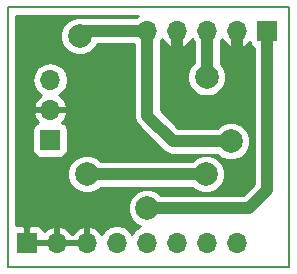
<source format=gbr>
G04 #@! TF.FileFunction,Copper,L2,Bot,Signal*
%FSLAX46Y46*%
G04 Gerber Fmt 4.6, Leading zero omitted, Abs format (unit mm)*
G04 Created by KiCad (PCBNEW 4.0.6) date Tue May 26 19:12:12 2020*
%MOMM*%
%LPD*%
G01*
G04 APERTURE LIST*
%ADD10C,0.100000*%
%ADD11C,0.150000*%
%ADD12R,1.700000X1.700000*%
%ADD13O,1.700000X1.700000*%
%ADD14C,2.000000*%
%ADD15C,1.000000*%
%ADD16C,0.254000*%
G04 APERTURE END LIST*
D10*
D11*
X39430000Y-46430000D02*
X39440000Y-46430000D01*
X39430000Y-24470000D02*
X39430000Y-46430000D01*
X63210000Y-24470000D02*
X39430000Y-24470000D01*
X63210000Y-46430000D02*
X63210000Y-24470000D01*
X39440000Y-46430000D02*
X63210000Y-46430000D01*
D12*
X41030000Y-44430000D03*
D13*
X43570000Y-44430000D03*
X46110000Y-44430000D03*
X48650000Y-44430000D03*
X51190000Y-44430000D03*
X53730000Y-44430000D03*
X56270000Y-44430000D03*
X58810000Y-44430000D03*
D12*
X61360000Y-26450000D03*
D13*
X58820000Y-26450000D03*
X56280000Y-26450000D03*
X53740000Y-26450000D03*
X51200000Y-26450000D03*
D12*
X43000000Y-35700000D03*
D13*
X43000000Y-33160000D03*
X43000000Y-30620000D03*
D14*
X43600000Y-40900000D03*
X53740000Y-32390000D03*
X51200000Y-41500000D03*
X56200000Y-38600000D03*
X46100000Y-38600000D03*
X56240000Y-30400000D03*
X45500000Y-26900000D03*
X58280000Y-35810000D03*
D15*
X43600000Y-41300000D02*
X43600000Y-40900000D01*
X53760000Y-26460000D02*
X53760000Y-32370000D01*
X53760000Y-32370000D02*
X53740000Y-32390000D01*
X58840000Y-26460000D02*
X58840000Y-30690000D01*
X53770000Y-32420000D02*
X53740000Y-32390000D01*
X57110000Y-32420000D02*
X53770000Y-32420000D01*
X58840000Y-30690000D02*
X57110000Y-32420000D01*
X51200000Y-41500000D02*
X59800000Y-41500000D01*
X61380000Y-39920000D02*
X61380000Y-37850000D01*
X59800000Y-41500000D02*
X61380000Y-39920000D01*
X61380000Y-26460000D02*
X61380000Y-37850000D01*
X52700000Y-38600000D02*
X56200000Y-38600000D01*
X46100000Y-38600000D02*
X52700000Y-38600000D01*
X56300000Y-26460000D02*
X56300000Y-30340000D01*
X56300000Y-30340000D02*
X56240000Y-30400000D01*
X45950000Y-26450000D02*
X51200000Y-26450000D01*
X45500000Y-26900000D02*
X45950000Y-26450000D01*
X53390000Y-35820000D02*
X58270000Y-35820000D01*
X51220000Y-33650000D02*
X53390000Y-35820000D01*
X51220000Y-26460000D02*
X51220000Y-33650000D01*
X58270000Y-35820000D02*
X58280000Y-35810000D01*
D16*
G36*
X50233536Y-25315000D02*
X45950000Y-25315000D01*
X45947551Y-25315487D01*
X45826648Y-25265284D01*
X45176205Y-25264716D01*
X44575057Y-25513106D01*
X44114722Y-25972637D01*
X43865284Y-26573352D01*
X43864716Y-27223795D01*
X44113106Y-27824943D01*
X44572637Y-28285278D01*
X45173352Y-28534716D01*
X45823795Y-28535284D01*
X46424943Y-28286894D01*
X46885278Y-27827363D01*
X46985916Y-27585000D01*
X50085000Y-27585000D01*
X50085000Y-33650000D01*
X50171397Y-34084346D01*
X50352365Y-34355183D01*
X50417434Y-34452566D01*
X52587433Y-36622566D01*
X52855073Y-36801397D01*
X52955654Y-36868603D01*
X53390000Y-36955000D01*
X57112779Y-36955000D01*
X57352637Y-37195278D01*
X57953352Y-37444716D01*
X58603795Y-37445284D01*
X59204943Y-37196894D01*
X59665278Y-36737363D01*
X59914716Y-36136648D01*
X59915284Y-35486205D01*
X59666894Y-34885057D01*
X59207363Y-34424722D01*
X58606648Y-34175284D01*
X57956205Y-34174716D01*
X57355057Y-34423106D01*
X57092705Y-34685000D01*
X53860133Y-34685000D01*
X52355000Y-33179868D01*
X52355000Y-27372084D01*
X52477702Y-27188447D01*
X52544817Y-27331358D01*
X52973076Y-27721645D01*
X53383110Y-27891476D01*
X53613000Y-27770155D01*
X53613000Y-26577000D01*
X53593000Y-26577000D01*
X53593000Y-26323000D01*
X53613000Y-26323000D01*
X53613000Y-26303000D01*
X53867000Y-26303000D01*
X53867000Y-26323000D01*
X53887000Y-26323000D01*
X53887000Y-26577000D01*
X53867000Y-26577000D01*
X53867000Y-27770155D01*
X54096890Y-27891476D01*
X54506924Y-27721645D01*
X54935183Y-27331358D01*
X55002298Y-27188447D01*
X55165000Y-27431948D01*
X55165000Y-29162901D01*
X54854722Y-29472637D01*
X54605284Y-30073352D01*
X54604716Y-30723795D01*
X54853106Y-31324943D01*
X55312637Y-31785278D01*
X55913352Y-32034716D01*
X56563795Y-32035284D01*
X57164943Y-31786894D01*
X57625278Y-31327363D01*
X57874716Y-30726648D01*
X57875284Y-30076205D01*
X57626894Y-29475057D01*
X57435000Y-29282827D01*
X57435000Y-27372084D01*
X57557702Y-27188447D01*
X57624817Y-27331358D01*
X58053076Y-27721645D01*
X58463110Y-27891476D01*
X58693000Y-27770155D01*
X58693000Y-26577000D01*
X58673000Y-26577000D01*
X58673000Y-26323000D01*
X58693000Y-26323000D01*
X58693000Y-26303000D01*
X58947000Y-26303000D01*
X58947000Y-26323000D01*
X58967000Y-26323000D01*
X58967000Y-26577000D01*
X58947000Y-26577000D01*
X58947000Y-27770155D01*
X59176890Y-27891476D01*
X59586924Y-27721645D01*
X59889937Y-27445499D01*
X59906838Y-27535317D01*
X60045910Y-27751441D01*
X60245000Y-27887473D01*
X60245000Y-39449868D01*
X59329868Y-40365000D01*
X52377204Y-40365000D01*
X52127363Y-40114722D01*
X51526648Y-39865284D01*
X50876205Y-39864716D01*
X50275057Y-40113106D01*
X49814722Y-40572637D01*
X49565284Y-41173352D01*
X49564716Y-41823795D01*
X49813106Y-42424943D01*
X50272637Y-42885278D01*
X50620532Y-43029736D01*
X50139946Y-43350853D01*
X49920000Y-43680026D01*
X49700054Y-43350853D01*
X49218285Y-43028946D01*
X48650000Y-42915907D01*
X48081715Y-43028946D01*
X47599946Y-43350853D01*
X47372298Y-43691553D01*
X47305183Y-43548642D01*
X46876924Y-43158355D01*
X46466890Y-42988524D01*
X46237000Y-43109845D01*
X46237000Y-44303000D01*
X46257000Y-44303000D01*
X46257000Y-44557000D01*
X46237000Y-44557000D01*
X46237000Y-44577000D01*
X45983000Y-44577000D01*
X45983000Y-44557000D01*
X43697000Y-44557000D01*
X43697000Y-44577000D01*
X43443000Y-44577000D01*
X43443000Y-44557000D01*
X41157000Y-44557000D01*
X41157000Y-44577000D01*
X40903000Y-44577000D01*
X40903000Y-44557000D01*
X40883000Y-44557000D01*
X40883000Y-44303000D01*
X40903000Y-44303000D01*
X40903000Y-43103750D01*
X41157000Y-43103750D01*
X41157000Y-44303000D01*
X43443000Y-44303000D01*
X43443000Y-43109845D01*
X43697000Y-43109845D01*
X43697000Y-44303000D01*
X45983000Y-44303000D01*
X45983000Y-43109845D01*
X45753110Y-42988524D01*
X45343076Y-43158355D01*
X44914817Y-43548642D01*
X44840000Y-43707954D01*
X44765183Y-43548642D01*
X44336924Y-43158355D01*
X43926890Y-42988524D01*
X43697000Y-43109845D01*
X43443000Y-43109845D01*
X43213110Y-42988524D01*
X42803076Y-43158355D01*
X42505136Y-43429878D01*
X42418327Y-43220302D01*
X42239699Y-43041673D01*
X42006310Y-42945000D01*
X41315750Y-42945000D01*
X41157000Y-43103750D01*
X40903000Y-43103750D01*
X40744250Y-42945000D01*
X40140000Y-42945000D01*
X40140000Y-38923795D01*
X44464716Y-38923795D01*
X44713106Y-39524943D01*
X45172637Y-39985278D01*
X45773352Y-40234716D01*
X46423795Y-40235284D01*
X47024943Y-39986894D01*
X47277278Y-39735000D01*
X55022796Y-39735000D01*
X55272637Y-39985278D01*
X55873352Y-40234716D01*
X56523795Y-40235284D01*
X57124943Y-39986894D01*
X57585278Y-39527363D01*
X57834716Y-38926648D01*
X57835284Y-38276205D01*
X57586894Y-37675057D01*
X57127363Y-37214722D01*
X56526648Y-36965284D01*
X55876205Y-36964716D01*
X55275057Y-37213106D01*
X55022722Y-37465000D01*
X47277204Y-37465000D01*
X47027363Y-37214722D01*
X46426648Y-36965284D01*
X45776205Y-36964716D01*
X45175057Y-37213106D01*
X44714722Y-37672637D01*
X44465284Y-38273352D01*
X44464716Y-38923795D01*
X40140000Y-38923795D01*
X40140000Y-34850000D01*
X41502560Y-34850000D01*
X41502560Y-36550000D01*
X41546838Y-36785317D01*
X41685910Y-37001441D01*
X41898110Y-37146431D01*
X42150000Y-37197440D01*
X43850000Y-37197440D01*
X44085317Y-37153162D01*
X44301441Y-37014090D01*
X44446431Y-36801890D01*
X44497440Y-36550000D01*
X44497440Y-34850000D01*
X44453162Y-34614683D01*
X44314090Y-34398559D01*
X44101890Y-34253569D01*
X43993893Y-34231699D01*
X44271645Y-33926924D01*
X44441476Y-33516890D01*
X44320155Y-33287000D01*
X43127000Y-33287000D01*
X43127000Y-33307000D01*
X42873000Y-33307000D01*
X42873000Y-33287000D01*
X41679845Y-33287000D01*
X41558524Y-33516890D01*
X41728355Y-33926924D01*
X42004501Y-34229937D01*
X41914683Y-34246838D01*
X41698559Y-34385910D01*
X41553569Y-34598110D01*
X41502560Y-34850000D01*
X40140000Y-34850000D01*
X40140000Y-30620000D01*
X41485907Y-30620000D01*
X41598946Y-31188285D01*
X41920853Y-31670054D01*
X42261553Y-31897702D01*
X42118642Y-31964817D01*
X41728355Y-32393076D01*
X41558524Y-32803110D01*
X41679845Y-33033000D01*
X42873000Y-33033000D01*
X42873000Y-33013000D01*
X43127000Y-33013000D01*
X43127000Y-33033000D01*
X44320155Y-33033000D01*
X44441476Y-32803110D01*
X44271645Y-32393076D01*
X43881358Y-31964817D01*
X43738447Y-31897702D01*
X44079147Y-31670054D01*
X44401054Y-31188285D01*
X44514093Y-30620000D01*
X44401054Y-30051715D01*
X44079147Y-29569946D01*
X43597378Y-29248039D01*
X43029093Y-29135000D01*
X42970907Y-29135000D01*
X42402622Y-29248039D01*
X41920853Y-29569946D01*
X41598946Y-30051715D01*
X41485907Y-30620000D01*
X40140000Y-30620000D01*
X40140000Y-25180000D01*
X50435578Y-25180000D01*
X50233536Y-25315000D01*
X50233536Y-25315000D01*
G37*
X50233536Y-25315000D02*
X45950000Y-25315000D01*
X45947551Y-25315487D01*
X45826648Y-25265284D01*
X45176205Y-25264716D01*
X44575057Y-25513106D01*
X44114722Y-25972637D01*
X43865284Y-26573352D01*
X43864716Y-27223795D01*
X44113106Y-27824943D01*
X44572637Y-28285278D01*
X45173352Y-28534716D01*
X45823795Y-28535284D01*
X46424943Y-28286894D01*
X46885278Y-27827363D01*
X46985916Y-27585000D01*
X50085000Y-27585000D01*
X50085000Y-33650000D01*
X50171397Y-34084346D01*
X50352365Y-34355183D01*
X50417434Y-34452566D01*
X52587433Y-36622566D01*
X52855073Y-36801397D01*
X52955654Y-36868603D01*
X53390000Y-36955000D01*
X57112779Y-36955000D01*
X57352637Y-37195278D01*
X57953352Y-37444716D01*
X58603795Y-37445284D01*
X59204943Y-37196894D01*
X59665278Y-36737363D01*
X59914716Y-36136648D01*
X59915284Y-35486205D01*
X59666894Y-34885057D01*
X59207363Y-34424722D01*
X58606648Y-34175284D01*
X57956205Y-34174716D01*
X57355057Y-34423106D01*
X57092705Y-34685000D01*
X53860133Y-34685000D01*
X52355000Y-33179868D01*
X52355000Y-27372084D01*
X52477702Y-27188447D01*
X52544817Y-27331358D01*
X52973076Y-27721645D01*
X53383110Y-27891476D01*
X53613000Y-27770155D01*
X53613000Y-26577000D01*
X53593000Y-26577000D01*
X53593000Y-26323000D01*
X53613000Y-26323000D01*
X53613000Y-26303000D01*
X53867000Y-26303000D01*
X53867000Y-26323000D01*
X53887000Y-26323000D01*
X53887000Y-26577000D01*
X53867000Y-26577000D01*
X53867000Y-27770155D01*
X54096890Y-27891476D01*
X54506924Y-27721645D01*
X54935183Y-27331358D01*
X55002298Y-27188447D01*
X55165000Y-27431948D01*
X55165000Y-29162901D01*
X54854722Y-29472637D01*
X54605284Y-30073352D01*
X54604716Y-30723795D01*
X54853106Y-31324943D01*
X55312637Y-31785278D01*
X55913352Y-32034716D01*
X56563795Y-32035284D01*
X57164943Y-31786894D01*
X57625278Y-31327363D01*
X57874716Y-30726648D01*
X57875284Y-30076205D01*
X57626894Y-29475057D01*
X57435000Y-29282827D01*
X57435000Y-27372084D01*
X57557702Y-27188447D01*
X57624817Y-27331358D01*
X58053076Y-27721645D01*
X58463110Y-27891476D01*
X58693000Y-27770155D01*
X58693000Y-26577000D01*
X58673000Y-26577000D01*
X58673000Y-26323000D01*
X58693000Y-26323000D01*
X58693000Y-26303000D01*
X58947000Y-26303000D01*
X58947000Y-26323000D01*
X58967000Y-26323000D01*
X58967000Y-26577000D01*
X58947000Y-26577000D01*
X58947000Y-27770155D01*
X59176890Y-27891476D01*
X59586924Y-27721645D01*
X59889937Y-27445499D01*
X59906838Y-27535317D01*
X60045910Y-27751441D01*
X60245000Y-27887473D01*
X60245000Y-39449868D01*
X59329868Y-40365000D01*
X52377204Y-40365000D01*
X52127363Y-40114722D01*
X51526648Y-39865284D01*
X50876205Y-39864716D01*
X50275057Y-40113106D01*
X49814722Y-40572637D01*
X49565284Y-41173352D01*
X49564716Y-41823795D01*
X49813106Y-42424943D01*
X50272637Y-42885278D01*
X50620532Y-43029736D01*
X50139946Y-43350853D01*
X49920000Y-43680026D01*
X49700054Y-43350853D01*
X49218285Y-43028946D01*
X48650000Y-42915907D01*
X48081715Y-43028946D01*
X47599946Y-43350853D01*
X47372298Y-43691553D01*
X47305183Y-43548642D01*
X46876924Y-43158355D01*
X46466890Y-42988524D01*
X46237000Y-43109845D01*
X46237000Y-44303000D01*
X46257000Y-44303000D01*
X46257000Y-44557000D01*
X46237000Y-44557000D01*
X46237000Y-44577000D01*
X45983000Y-44577000D01*
X45983000Y-44557000D01*
X43697000Y-44557000D01*
X43697000Y-44577000D01*
X43443000Y-44577000D01*
X43443000Y-44557000D01*
X41157000Y-44557000D01*
X41157000Y-44577000D01*
X40903000Y-44577000D01*
X40903000Y-44557000D01*
X40883000Y-44557000D01*
X40883000Y-44303000D01*
X40903000Y-44303000D01*
X40903000Y-43103750D01*
X41157000Y-43103750D01*
X41157000Y-44303000D01*
X43443000Y-44303000D01*
X43443000Y-43109845D01*
X43697000Y-43109845D01*
X43697000Y-44303000D01*
X45983000Y-44303000D01*
X45983000Y-43109845D01*
X45753110Y-42988524D01*
X45343076Y-43158355D01*
X44914817Y-43548642D01*
X44840000Y-43707954D01*
X44765183Y-43548642D01*
X44336924Y-43158355D01*
X43926890Y-42988524D01*
X43697000Y-43109845D01*
X43443000Y-43109845D01*
X43213110Y-42988524D01*
X42803076Y-43158355D01*
X42505136Y-43429878D01*
X42418327Y-43220302D01*
X42239699Y-43041673D01*
X42006310Y-42945000D01*
X41315750Y-42945000D01*
X41157000Y-43103750D01*
X40903000Y-43103750D01*
X40744250Y-42945000D01*
X40140000Y-42945000D01*
X40140000Y-38923795D01*
X44464716Y-38923795D01*
X44713106Y-39524943D01*
X45172637Y-39985278D01*
X45773352Y-40234716D01*
X46423795Y-40235284D01*
X47024943Y-39986894D01*
X47277278Y-39735000D01*
X55022796Y-39735000D01*
X55272637Y-39985278D01*
X55873352Y-40234716D01*
X56523795Y-40235284D01*
X57124943Y-39986894D01*
X57585278Y-39527363D01*
X57834716Y-38926648D01*
X57835284Y-38276205D01*
X57586894Y-37675057D01*
X57127363Y-37214722D01*
X56526648Y-36965284D01*
X55876205Y-36964716D01*
X55275057Y-37213106D01*
X55022722Y-37465000D01*
X47277204Y-37465000D01*
X47027363Y-37214722D01*
X46426648Y-36965284D01*
X45776205Y-36964716D01*
X45175057Y-37213106D01*
X44714722Y-37672637D01*
X44465284Y-38273352D01*
X44464716Y-38923795D01*
X40140000Y-38923795D01*
X40140000Y-34850000D01*
X41502560Y-34850000D01*
X41502560Y-36550000D01*
X41546838Y-36785317D01*
X41685910Y-37001441D01*
X41898110Y-37146431D01*
X42150000Y-37197440D01*
X43850000Y-37197440D01*
X44085317Y-37153162D01*
X44301441Y-37014090D01*
X44446431Y-36801890D01*
X44497440Y-36550000D01*
X44497440Y-34850000D01*
X44453162Y-34614683D01*
X44314090Y-34398559D01*
X44101890Y-34253569D01*
X43993893Y-34231699D01*
X44271645Y-33926924D01*
X44441476Y-33516890D01*
X44320155Y-33287000D01*
X43127000Y-33287000D01*
X43127000Y-33307000D01*
X42873000Y-33307000D01*
X42873000Y-33287000D01*
X41679845Y-33287000D01*
X41558524Y-33516890D01*
X41728355Y-33926924D01*
X42004501Y-34229937D01*
X41914683Y-34246838D01*
X41698559Y-34385910D01*
X41553569Y-34598110D01*
X41502560Y-34850000D01*
X40140000Y-34850000D01*
X40140000Y-30620000D01*
X41485907Y-30620000D01*
X41598946Y-31188285D01*
X41920853Y-31670054D01*
X42261553Y-31897702D01*
X42118642Y-31964817D01*
X41728355Y-32393076D01*
X41558524Y-32803110D01*
X41679845Y-33033000D01*
X42873000Y-33033000D01*
X42873000Y-33013000D01*
X43127000Y-33013000D01*
X43127000Y-33033000D01*
X44320155Y-33033000D01*
X44441476Y-32803110D01*
X44271645Y-32393076D01*
X43881358Y-31964817D01*
X43738447Y-31897702D01*
X44079147Y-31670054D01*
X44401054Y-31188285D01*
X44514093Y-30620000D01*
X44401054Y-30051715D01*
X44079147Y-29569946D01*
X43597378Y-29248039D01*
X43029093Y-29135000D01*
X42970907Y-29135000D01*
X42402622Y-29248039D01*
X41920853Y-29569946D01*
X41598946Y-30051715D01*
X41485907Y-30620000D01*
X40140000Y-30620000D01*
X40140000Y-25180000D01*
X50435578Y-25180000D01*
X50233536Y-25315000D01*
M02*

</source>
